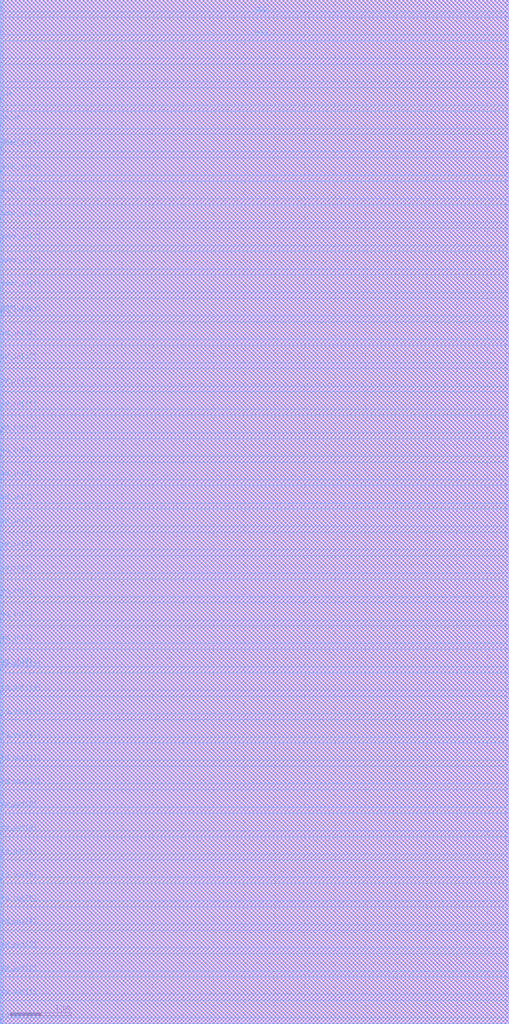
<source format=lef>
VERSION 5.7 ;
BUSBITCHARS "[]" ;
MACRO sram_asap7_16x256_1rw_upper
  FOREIGN sram_asap7_16x256_1rw_upper 0 0 ;
  SYMMETRY X Y ;
  SIZE 8.360 BY 16.800 ;
  CLASS BLOCK ;
  PIN rd_out[0]
    DIRECTION OUTPUT ;
    USE SIGNAL ;
    SHAPE ABUTMENT ;
    PORT
      LAYER M4_m ;
      RECT 0.000 0.048 0.024 0.072 ;
    END
  END rd_out[0]
  PIN rd_out[1]
    DIRECTION OUTPUT ;
    USE SIGNAL ;
    SHAPE ABUTMENT ;
    PORT
      LAYER M4_m ;
      RECT 0.000 0.432 0.024 0.456 ;
    END
  END rd_out[1]
  PIN rd_out[2]
    DIRECTION OUTPUT ;
    USE SIGNAL ;
    SHAPE ABUTMENT ;
    PORT
      LAYER M4_m ;
      RECT 0.000 0.816 0.024 0.840 ;
    END
  END rd_out[2]
  PIN rd_out[3]
    DIRECTION OUTPUT ;
    USE SIGNAL ;
    SHAPE ABUTMENT ;
    PORT
      LAYER M4_m ;
      RECT 0.000 1.200 0.024 1.224 ;
    END
  END rd_out[3]
  PIN rd_out[4]
    DIRECTION OUTPUT ;
    USE SIGNAL ;
    SHAPE ABUTMENT ;
    PORT
      LAYER M4_m ;
      RECT 0.000 1.584 0.024 1.608 ;
    END
  END rd_out[4]
  PIN rd_out[5]
    DIRECTION OUTPUT ;
    USE SIGNAL ;
    SHAPE ABUTMENT ;
    PORT
      LAYER M4_m ;
      RECT 0.000 1.968 0.024 1.992 ;
    END
  END rd_out[5]
  PIN rd_out[6]
    DIRECTION OUTPUT ;
    USE SIGNAL ;
    SHAPE ABUTMENT ;
    PORT
      LAYER M4_m ;
      RECT 0.000 2.352 0.024 2.376 ;
    END
  END rd_out[6]
  PIN rd_out[7]
    DIRECTION OUTPUT ;
    USE SIGNAL ;
    SHAPE ABUTMENT ;
    PORT
      LAYER M4_m ;
      RECT 0.000 2.736 0.024 2.760 ;
    END
  END rd_out[7]
  PIN rd_out[8]
    DIRECTION OUTPUT ;
    USE SIGNAL ;
    SHAPE ABUTMENT ;
    PORT
      LAYER M4_m ;
      RECT 0.000 3.120 0.024 3.144 ;
    END
  END rd_out[8]
  PIN rd_out[9]
    DIRECTION OUTPUT ;
    USE SIGNAL ;
    SHAPE ABUTMENT ;
    PORT
      LAYER M4_m ;
      RECT 0.000 3.504 0.024 3.528 ;
    END
  END rd_out[9]
  PIN rd_out[10]
    DIRECTION OUTPUT ;
    USE SIGNAL ;
    SHAPE ABUTMENT ;
    PORT
      LAYER M4_m ;
      RECT 0.000 3.888 0.024 3.912 ;
    END
  END rd_out[10]
  PIN rd_out[11]
    DIRECTION OUTPUT ;
    USE SIGNAL ;
    SHAPE ABUTMENT ;
    PORT
      LAYER M4_m ;
      RECT 0.000 4.272 0.024 4.296 ;
    END
  END rd_out[11]
  PIN rd_out[12]
    DIRECTION OUTPUT ;
    USE SIGNAL ;
    SHAPE ABUTMENT ;
    PORT
      LAYER M4_m ;
      RECT 0.000 4.656 0.024 4.680 ;
    END
  END rd_out[12]
  PIN rd_out[13]
    DIRECTION OUTPUT ;
    USE SIGNAL ;
    SHAPE ABUTMENT ;
    PORT
      LAYER M4_m ;
      RECT 0.000 5.040 0.024 5.064 ;
    END
  END rd_out[13]
  PIN rd_out[14]
    DIRECTION OUTPUT ;
    USE SIGNAL ;
    SHAPE ABUTMENT ;
    PORT
      LAYER M4_m ;
      RECT 0.000 5.424 0.024 5.448 ;
    END
  END rd_out[14]
  PIN rd_out[15]
    DIRECTION OUTPUT ;
    USE SIGNAL ;
    SHAPE ABUTMENT ;
    PORT
      LAYER M4_m ;
      RECT 0.000 5.808 0.024 5.832 ;
    END
  END rd_out[15]
  PIN wd_in[0]
    DIRECTION INPUT ;
    USE SIGNAL ;
    SHAPE ABUTMENT ;
    PORT
      LAYER M4_m ;
      RECT 0.000 5.856 0.024 5.880 ;
    END
  END wd_in[0]
  PIN wd_in[1]
    DIRECTION INPUT ;
    USE SIGNAL ;
    SHAPE ABUTMENT ;
    PORT
      LAYER M4_m ;
      RECT 0.000 6.240 0.024 6.264 ;
    END
  END wd_in[1]
  PIN wd_in[2]
    DIRECTION INPUT ;
    USE SIGNAL ;
    SHAPE ABUTMENT ;
    PORT
      LAYER M4_m ;
      RECT 0.000 6.624 0.024 6.648 ;
    END
  END wd_in[2]
  PIN wd_in[3]
    DIRECTION INPUT ;
    USE SIGNAL ;
    SHAPE ABUTMENT ;
    PORT
      LAYER M4_m ;
      RECT 0.000 7.008 0.024 7.032 ;
    END
  END wd_in[3]
  PIN wd_in[4]
    DIRECTION INPUT ;
    USE SIGNAL ;
    SHAPE ABUTMENT ;
    PORT
      LAYER M4_m ;
      RECT 0.000 7.392 0.024 7.416 ;
    END
  END wd_in[4]
  PIN wd_in[5]
    DIRECTION INPUT ;
    USE SIGNAL ;
    SHAPE ABUTMENT ;
    PORT
      LAYER M4_m ;
      RECT 0.000 7.776 0.024 7.800 ;
    END
  END wd_in[5]
  PIN wd_in[6]
    DIRECTION INPUT ;
    USE SIGNAL ;
    SHAPE ABUTMENT ;
    PORT
      LAYER M4_m ;
      RECT 0.000 8.160 0.024 8.184 ;
    END
  END wd_in[6]
  PIN wd_in[7]
    DIRECTION INPUT ;
    USE SIGNAL ;
    SHAPE ABUTMENT ;
    PORT
      LAYER M4_m ;
      RECT 0.000 8.544 0.024 8.568 ;
    END
  END wd_in[7]
  PIN wd_in[8]
    DIRECTION INPUT ;
    USE SIGNAL ;
    SHAPE ABUTMENT ;
    PORT
      LAYER M4_m ;
      RECT 0.000 8.928 0.024 8.952 ;
    END
  END wd_in[8]
  PIN wd_in[9]
    DIRECTION INPUT ;
    USE SIGNAL ;
    SHAPE ABUTMENT ;
    PORT
      LAYER M4_m ;
      RECT 0.000 9.312 0.024 9.336 ;
    END
  END wd_in[9]
  PIN wd_in[10]
    DIRECTION INPUT ;
    USE SIGNAL ;
    SHAPE ABUTMENT ;
    PORT
      LAYER M4_m ;
      RECT 0.000 9.696 0.024 9.720 ;
    END
  END wd_in[10]
  PIN wd_in[11]
    DIRECTION INPUT ;
    USE SIGNAL ;
    SHAPE ABUTMENT ;
    PORT
      LAYER M4_m ;
      RECT 0.000 10.080 0.024 10.104 ;
    END
  END wd_in[11]
  PIN wd_in[12]
    DIRECTION INPUT ;
    USE SIGNAL ;
    SHAPE ABUTMENT ;
    PORT
      LAYER M4_m ;
      RECT 0.000 10.464 0.024 10.488 ;
    END
  END wd_in[12]
  PIN wd_in[13]
    DIRECTION INPUT ;
    USE SIGNAL ;
    SHAPE ABUTMENT ;
    PORT
      LAYER M4_m ;
      RECT 0.000 10.848 0.024 10.872 ;
    END
  END wd_in[13]
  PIN wd_in[14]
    DIRECTION INPUT ;
    USE SIGNAL ;
    SHAPE ABUTMENT ;
    PORT
      LAYER M4_m ;
      RECT 0.000 11.232 0.024 11.256 ;
    END
  END wd_in[14]
  PIN wd_in[15]
    DIRECTION INPUT ;
    USE SIGNAL ;
    SHAPE ABUTMENT ;
    PORT
      LAYER M4_m ;
      RECT 0.000 11.616 0.024 11.640 ;
    END
  END wd_in[15]
  PIN addr_in[0]
    DIRECTION INPUT ;
    USE SIGNAL ;
    SHAPE ABUTMENT ;
    PORT
      LAYER M4_m ;
      RECT 0.000 11.664 0.024 11.688 ;
    END
  END addr_in[0]
  PIN addr_in[1]
    DIRECTION INPUT ;
    USE SIGNAL ;
    SHAPE ABUTMENT ;
    PORT
      LAYER M4_m ;
      RECT 0.000 12.048 0.024 12.072 ;
    END
  END addr_in[1]
  PIN addr_in[2]
    DIRECTION INPUT ;
    USE SIGNAL ;
    SHAPE ABUTMENT ;
    PORT
      LAYER M4_m ;
      RECT 0.000 12.432 0.024 12.456 ;
    END
  END addr_in[2]
  PIN addr_in[3]
    DIRECTION INPUT ;
    USE SIGNAL ;
    SHAPE ABUTMENT ;
    PORT
      LAYER M4_m ;
      RECT 0.000 12.816 0.024 12.840 ;
    END
  END addr_in[3]
  PIN addr_in[4]
    DIRECTION INPUT ;
    USE SIGNAL ;
    SHAPE ABUTMENT ;
    PORT
      LAYER M4_m ;
      RECT 0.000 13.200 0.024 13.224 ;
    END
  END addr_in[4]
  PIN addr_in[5]
    DIRECTION INPUT ;
    USE SIGNAL ;
    SHAPE ABUTMENT ;
    PORT
      LAYER M4_m ;
      RECT 0.000 13.584 0.024 13.608 ;
    END
  END addr_in[5]
  PIN addr_in[6]
    DIRECTION INPUT ;
    USE SIGNAL ;
    SHAPE ABUTMENT ;
    PORT
      LAYER M4_m ;
      RECT 0.000 13.968 0.024 13.992 ;
    END
  END addr_in[6]
  PIN addr_in[7]
    DIRECTION INPUT ;
    USE SIGNAL ;
    SHAPE ABUTMENT ;
    PORT
      LAYER M4_m ;
      RECT 0.000 14.352 0.024 14.376 ;
    END
  END addr_in[7]
  PIN we_in
    DIRECTION INPUT ;
    USE SIGNAL ;
    SHAPE ABUTMENT ;
    PORT
      LAYER M4_m ;
      RECT 0.000 14.400 0.024 14.424 ;
    END
  END we_in
  PIN ce_in
    DIRECTION INPUT ;
    USE SIGNAL ;
    SHAPE ABUTMENT ;
    PORT
      LAYER M4_m ;
      RECT 0.000 14.784 0.024 14.808 ;
    END
  END ce_in
  PIN clk
    DIRECTION INPUT ;
    USE SIGNAL ;
    SHAPE ABUTMENT ;
    PORT
      LAYER M4_m ;
      RECT 0.000 15.168 0.024 15.192 ;
    END
  END clk
  PIN VSS
    DIRECTION INOUT ;
    USE GROUND ;
    PORT
      LAYER M4_m ;
      RECT 0.048 0.000 8.312 0.096 ;
      RECT 0.048 0.768 8.312 0.864 ;
      RECT 0.048 1.536 8.312 1.632 ;
      RECT 0.048 2.304 8.312 2.400 ;
      RECT 0.048 3.072 8.312 3.168 ;
      RECT 0.048 3.840 8.312 3.936 ;
      RECT 0.048 4.608 8.312 4.704 ;
      RECT 0.048 5.376 8.312 5.472 ;
      RECT 0.048 6.144 8.312 6.240 ;
      RECT 0.048 6.912 8.312 7.008 ;
      RECT 0.048 7.680 8.312 7.776 ;
      RECT 0.048 8.448 8.312 8.544 ;
      RECT 0.048 9.216 8.312 9.312 ;
      RECT 0.048 9.984 8.312 10.080 ;
      RECT 0.048 10.752 8.312 10.848 ;
      RECT 0.048 11.520 8.312 11.616 ;
      RECT 0.048 12.288 8.312 12.384 ;
      RECT 0.048 13.056 8.312 13.152 ;
      RECT 0.048 13.824 8.312 13.920 ;
      RECT 0.048 14.592 8.312 14.688 ;
      RECT 0.048 15.360 8.312 15.456 ;
      RECT 0.048 16.128 8.312 16.224 ;
    END
  END VSS
  PIN VDD
    DIRECTION INOUT ;
    USE POWER ;
    PORT
      LAYER M4_m ;
      RECT 0.048 0.384 8.312 0.480 ;
      RECT 0.048 1.152 8.312 1.248 ;
      RECT 0.048 1.920 8.312 2.016 ;
      RECT 0.048 2.688 8.312 2.784 ;
      RECT 0.048 3.456 8.312 3.552 ;
      RECT 0.048 4.224 8.312 4.320 ;
      RECT 0.048 4.992 8.312 5.088 ;
      RECT 0.048 5.760 8.312 5.856 ;
      RECT 0.048 6.528 8.312 6.624 ;
      RECT 0.048 7.296 8.312 7.392 ;
      RECT 0.048 8.064 8.312 8.160 ;
      RECT 0.048 8.832 8.312 8.928 ;
      RECT 0.048 9.600 8.312 9.696 ;
      RECT 0.048 10.368 8.312 10.464 ;
      RECT 0.048 11.136 8.312 11.232 ;
      RECT 0.048 11.904 8.312 12.000 ;
      RECT 0.048 12.672 8.312 12.768 ;
      RECT 0.048 13.440 8.312 13.536 ;
      RECT 0.048 14.208 8.312 14.304 ;
      RECT 0.048 14.976 8.312 15.072 ;
      RECT 0.048 15.744 8.312 15.840 ;
      RECT 0.048 16.512 8.312 16.608 ;
    END
  END VDD
  OBS
    LAYER M1_m ;
    RECT 0 0 8.360 16.800 ;
    LAYER M2_m ;
    RECT 0 0 8.360 16.800 ;
    LAYER M3_m ;
    RECT 0 0 8.360 16.800 ;
    LAYER M4_m ;
    RECT 0.024 0 0.048 16.800 ;
    RECT 8.312 0 8.360 16.800 ;
    RECT 0.048 0.000 8.312 0.000 ;
    RECT 0.048 0.096 8.312 0.384 ;
    RECT 0.048 0.480 8.312 0.768 ;
    RECT 0.048 0.864 8.312 1.152 ;
    RECT 0.048 1.248 8.312 1.536 ;
    RECT 0.048 1.632 8.312 1.920 ;
    RECT 0.048 2.016 8.312 2.304 ;
    RECT 0.048 2.400 8.312 2.688 ;
    RECT 0.048 2.784 8.312 3.072 ;
    RECT 0.048 3.168 8.312 3.456 ;
    RECT 0.048 3.552 8.312 3.840 ;
    RECT 0.048 3.936 8.312 4.224 ;
    RECT 0.048 4.320 8.312 4.608 ;
    RECT 0.048 4.704 8.312 4.992 ;
    RECT 0.048 5.088 8.312 5.376 ;
    RECT 0.048 5.472 8.312 5.760 ;
    RECT 0.048 5.856 8.312 6.144 ;
    RECT 0.048 6.240 8.312 6.528 ;
    RECT 0.048 6.624 8.312 6.912 ;
    RECT 0.048 7.008 8.312 7.296 ;
    RECT 0.048 7.392 8.312 7.680 ;
    RECT 0.048 7.776 8.312 8.064 ;
    RECT 0.048 8.160 8.312 8.448 ;
    RECT 0.048 8.544 8.312 8.832 ;
    RECT 0.048 8.928 8.312 9.216 ;
    RECT 0.048 9.312 8.312 9.600 ;
    RECT 0.048 9.696 8.312 9.984 ;
    RECT 0.048 10.080 8.312 10.368 ;
    RECT 0.048 10.464 8.312 10.752 ;
    RECT 0.048 10.848 8.312 11.136 ;
    RECT 0.048 11.232 8.312 11.520 ;
    RECT 0.048 11.616 8.312 11.904 ;
    RECT 0.048 12.000 8.312 12.288 ;
    RECT 0.048 12.384 8.312 12.672 ;
    RECT 0.048 12.768 8.312 13.056 ;
    RECT 0.048 13.152 8.312 13.440 ;
    RECT 0.048 13.536 8.312 13.824 ;
    RECT 0.048 13.920 8.312 14.208 ;
    RECT 0.048 14.304 8.312 14.592 ;
    RECT 0.048 14.688 8.312 14.976 ;
    RECT 0.048 15.072 8.312 15.360 ;
    RECT 0.048 15.456 8.312 15.744 ;
    RECT 0.048 15.840 8.312 16.128 ;
    RECT 0.048 16.224 8.312 16.512 ;
    RECT 0.048 16.608 8.312 16.800 ;
    RECT 0 0.000 0.024 0.048 ;
    RECT 0 0.072 0.024 0.432 ;
    RECT 0 0.456 0.024 0.816 ;
    RECT 0 0.840 0.024 1.200 ;
    RECT 0 1.224 0.024 1.584 ;
    RECT 0 1.608 0.024 1.968 ;
    RECT 0 1.992 0.024 2.352 ;
    RECT 0 2.376 0.024 2.736 ;
    RECT 0 2.760 0.024 3.120 ;
    RECT 0 3.144 0.024 3.504 ;
    RECT 0 3.528 0.024 3.888 ;
    RECT 0 3.912 0.024 4.272 ;
    RECT 0 4.296 0.024 4.656 ;
    RECT 0 4.680 0.024 5.040 ;
    RECT 0 5.064 0.024 5.424 ;
    RECT 0 5.448 0.024 5.808 ;
    RECT 0 5.832 0.024 5.856 ;
    RECT 0 5.880 0.024 6.240 ;
    RECT 0 6.264 0.024 6.624 ;
    RECT 0 6.648 0.024 7.008 ;
    RECT 0 7.032 0.024 7.392 ;
    RECT 0 7.416 0.024 7.776 ;
    RECT 0 7.800 0.024 8.160 ;
    RECT 0 8.184 0.024 8.544 ;
    RECT 0 8.568 0.024 8.928 ;
    RECT 0 8.952 0.024 9.312 ;
    RECT 0 9.336 0.024 9.696 ;
    RECT 0 9.720 0.024 10.080 ;
    RECT 0 10.104 0.024 10.464 ;
    RECT 0 10.488 0.024 10.848 ;
    RECT 0 10.872 0.024 11.232 ;
    RECT 0 11.256 0.024 11.616 ;
    RECT 0 11.640 0.024 11.664 ;
    RECT 0 11.688 0.024 12.048 ;
    RECT 0 12.072 0.024 12.432 ;
    RECT 0 12.456 0.024 12.816 ;
    RECT 0 12.840 0.024 13.200 ;
    RECT 0 13.224 0.024 13.584 ;
    RECT 0 13.608 0.024 13.968 ;
    RECT 0 13.992 0.024 14.352 ;
    RECT 0 14.376 0.024 14.736 ;
    RECT 0 14.760 0.024 15.120 ;
    RECT 0 15.144 0.024 15.504 ;
    RECT 0 15.528 0.024 15.888 ;
    RECT 0 15.912 0.024 16.272 ;
    RECT 0 16.296 0.024 16.656 ;
    RECT 0 16.680 0.024 16.800 ;
  END
END sram_asap7_16x256_1rw_upper

END LIBRARY

</source>
